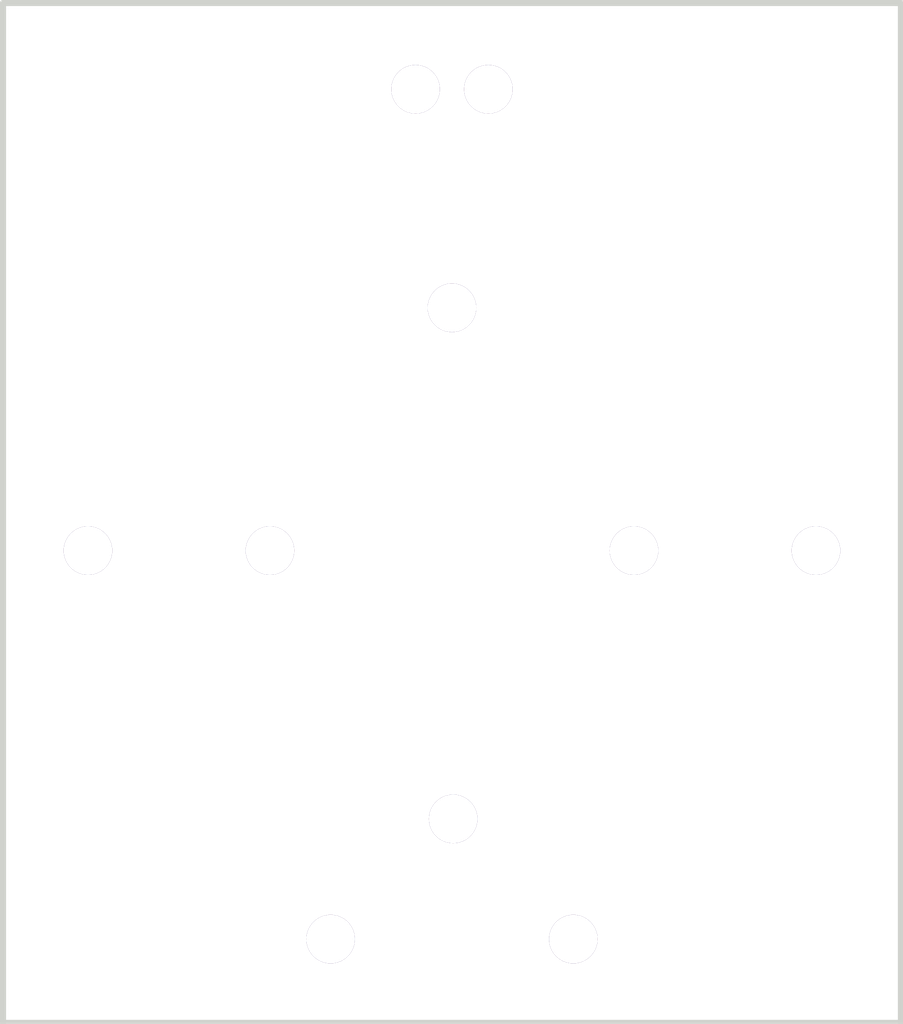
<source format=kicad_pcb>
(kicad_pcb (version 20171130) (host pcbnew "(5.1.6-0-10_14)")

  (general
    (thickness 1)
    (drawings 5)
    (tracks 0)
    (zones 0)
    (modules 10)
    (nets 1)
  )

  (page A4)
  (title_block
    (company "Universidade federal de Minas gerais")
    (comment 4 "Flávio Afonso Gonçalves Mourão")
  )

  (layers
    (0 F.Cu signal hide)
    (31 B.Cu signal hide)
    (32 B.Adhes user hide)
    (33 F.Adhes user hide)
    (34 B.Paste user hide)
    (35 F.Paste user hide)
    (36 B.SilkS user hide)
    (37 F.SilkS user hide)
    (38 B.Mask user)
    (39 F.Mask user hide)
    (40 Dwgs.User user hide)
    (41 Cmts.User user hide)
    (42 Eco1.User user hide)
    (43 Eco2.User user hide)
    (44 Edge.Cuts user)
    (45 Margin user hide)
    (46 B.CrtYd user hide)
    (47 F.CrtYd user hide)
  )

  (setup
    (last_trace_width 0.25)
    (trace_clearance 0.2)
    (zone_clearance 0.508)
    (zone_45_only no)
    (trace_min 0.2)
    (via_size 0.8)
    (via_drill 0.4)
    (via_min_size 0.4)
    (via_min_drill 0.3)
    (uvia_size 0.3)
    (uvia_drill 0.1)
    (uvias_allowed no)
    (uvia_min_size 0.2)
    (uvia_min_drill 0.1)
    (edge_width 0.05)
    (segment_width 0.2)
    (pcb_text_width 0.3)
    (pcb_text_size 1.5 1.5)
    (mod_edge_width 0.12)
    (mod_text_size 1 1)
    (mod_text_width 0.15)
    (pad_size 0.4 0.4)
    (pad_drill 0.4)
    (pad_to_mask_clearance 0.051)
    (solder_mask_min_width 0.25)
    (aux_axis_origin 0 0)
    (visible_elements FFFFFF7F)
    (pcbplotparams
      (layerselection 0x01060_7ffffffe)
      (usegerberextensions false)
      (usegerberattributes false)
      (usegerberadvancedattributes false)
      (creategerberjobfile false)
      (excludeedgelayer true)
      (linewidth 0.100000)
      (plotframeref true)
      (viasonmask false)
      (mode 1)
      (useauxorigin false)
      (hpglpennumber 1)
      (hpglpenspeed 20)
      (hpglpendiameter 15.000000)
      (psnegative false)
      (psa4output false)
      (plotreference true)
      (plotvalue true)
      (plotinvisibletext true)
      (padsonsilk true)
      (subtractmaskfromsilk false)
      (outputformat 4)
      (mirror false)
      (drillshape 0)
      (scaleselection 1)
      (outputdirectory "./"))
  )

  (net 0 "")

  (net_class Default "This is the default net class."
    (clearance 0.2)
    (trace_width 0.25)
    (via_dia 0.8)
    (via_drill 0.4)
    (uvia_dia 0.3)
    (uvia_drill 0.1)
  )

  (module NNClib:1pad (layer F.Cu) (tedit 5DEC3FE5) (tstamp 5DEC400C)
    (at 132.58 98.05)
    (descr "module 1 pin (ou trou mecanique de percage)")
    (tags DEV)
    (fp_text reference REF** (at 0 -3.048) (layer F.SilkS) hide
      (effects (font (size 1 1) (thickness 0.15)))
    )
    (fp_text value 1pin (at 0 2.794) (layer F.Fab) hide
      (effects (font (size 1 1) (thickness 0.15)))
    )
    (pad 1 thru_hole circle (at 0 0) (size 0.4 0.4) (drill 0.4) (layers *.Cu *.Mask))
  )

  (module NNClib:1pad (layer F.Cu) (tedit 5DEC3FE5) (tstamp 5DEC400C)
    (at 130.58 98.05)
    (descr "module 1 pin (ou trou mecanique de percage)")
    (tags DEV)
    (fp_text reference REF** (at 0 -3.048) (layer F.SilkS) hide
      (effects (font (size 1 1) (thickness 0.15)))
    )
    (fp_text value 1pin (at 0 2.794) (layer F.Fab) hide
      (effects (font (size 1 1) (thickness 0.15)))
    )
    (pad 1 thru_hole circle (at 0 0) (size 0.4 0.4) (drill 0.4) (layers *.Cu *.Mask))
  )

  (module NNClib:1pad (layer F.Cu) (tedit 5DEC3FE5) (tstamp 5DEC400C)
    (at 131.59 97.06)
    (descr "module 1 pin (ou trou mecanique de percage)")
    (tags DEV)
    (fp_text reference REF** (at 0 -3.048) (layer F.SilkS) hide
      (effects (font (size 1 1) (thickness 0.15)))
    )
    (fp_text value 1pin (at 0 2.794) (layer F.Fab) hide
      (effects (font (size 1 1) (thickness 0.15)))
    )
    (pad 1 thru_hole circle (at 0 0) (size 0.4 0.4) (drill 0.4) (layers *.Cu *.Mask))
  )

  (module NNClib:1pad (layer F.Cu) (tedit 5DEC3FE5) (tstamp 5DEC400C)
    (at 134.58 94.85)
    (descr "module 1 pin (ou trou mecanique de percage)")
    (tags DEV)
    (fp_text reference REF** (at 0 -3.048) (layer F.SilkS) hide
      (effects (font (size 1 1) (thickness 0.15)))
    )
    (fp_text value 1pin (at 0 2.794) (layer F.Fab) hide
      (effects (font (size 1 1) (thickness 0.15)))
    )
    (pad 1 thru_hole circle (at 0 0) (size 0.4 0.4) (drill 0.4) (layers *.Cu *.Mask))
  )

  (module NNClib:1pad (layer F.Cu) (tedit 5DEC3FE5) (tstamp 5DEC400C)
    (at 133.08 94.85)
    (descr "module 1 pin (ou trou mecanique de percage)")
    (tags DEV)
    (fp_text reference REF** (at 0 -3.048) (layer F.SilkS) hide
      (effects (font (size 1 1) (thickness 0.15)))
    )
    (fp_text value 1pin (at 0 2.794) (layer F.Fab) hide
      (effects (font (size 1 1) (thickness 0.15)))
    )
    (pad 1 thru_hole circle (at 0 0) (size 0.4 0.4) (drill 0.4) (layers *.Cu *.Mask))
  )

  (module NNClib:1pad (layer F.Cu) (tedit 5DEC3FE5) (tstamp 5DEC400C)
    (at 130.08 94.85)
    (descr "module 1 pin (ou trou mecanique de percage)")
    (tags DEV)
    (fp_text reference REF** (at 0 -3.048) (layer F.SilkS) hide
      (effects (font (size 1 1) (thickness 0.15)))
    )
    (fp_text value 1pin (at 0 2.794) (layer F.Fab) hide
      (effects (font (size 1 1) (thickness 0.15)))
    )
    (pad 1 thru_hole circle (at 0 0) (size 0.4 0.4) (drill 0.4) (layers *.Cu *.Mask))
  )

  (module NNClib:1pad (layer F.Cu) (tedit 5DEC3FE5) (tstamp 5DEC400C)
    (at 128.58 94.85)
    (descr "module 1 pin (ou trou mecanique de percage)")
    (tags DEV)
    (fp_text reference REF** (at 0 -3.048) (layer F.SilkS) hide
      (effects (font (size 1 1) (thickness 0.15)))
    )
    (fp_text value 1pin (at 0 2.794) (layer F.Fab) hide
      (effects (font (size 1 1) (thickness 0.15)))
    )
    (pad 1 thru_hole circle (at 0 0) (size 0.4 0.4) (drill 0.4) (layers *.Cu *.Mask))
  )

  (module NNClib:1pad (layer F.Cu) (tedit 5DEC3FE5) (tstamp 5DEC400C)
    (at 131.58 92.85)
    (descr "module 1 pin (ou trou mecanique de percage)")
    (tags DEV)
    (fp_text reference REF** (at 0 -3.048) (layer F.SilkS) hide
      (effects (font (size 1 1) (thickness 0.15)))
    )
    (fp_text value 1pin (at 0 2.794) (layer F.Fab) hide
      (effects (font (size 1 1) (thickness 0.15)))
    )
    (pad 1 thru_hole circle (at 0 0) (size 0.4 0.4) (drill 0.4) (layers *.Cu *.Mask))
  )

  (module NNClib:1pad (layer F.Cu) (tedit 5DEC3FE5) (tstamp 5DEC400C)
    (at 131.28 91.05)
    (descr "module 1 pin (ou trou mecanique de percage)")
    (tags DEV)
    (fp_text reference REF** (at 0 -3.048) (layer F.SilkS) hide
      (effects (font (size 1 1) (thickness 0.15)))
    )
    (fp_text value 1pin (at 0 2.794) (layer F.Fab) hide
      (effects (font (size 1 1) (thickness 0.15)))
    )
    (pad 1 thru_hole circle (at 0 0) (size 0.4 0.4) (drill 0.4) (layers *.Cu *.Mask))
  )

  (module NNClib:1pad (layer F.Cu) (tedit 5DEC3FE5) (tstamp 5DEC3FB1)
    (at 131.88 91.05)
    (descr "module 1 pin (ou trou mecanique de percage)")
    (tags DEV)
    (fp_text reference REF** (at 0 -3.048) (layer F.SilkS) hide
      (effects (font (size 1 1) (thickness 0.15)))
    )
    (fp_text value 1pin (at 0 2.794) (layer F.Fab) hide
      (effects (font (size 1 1) (thickness 0.15)))
    )
    (pad 1 thru_hole circle (at 0 0) (size 0.4 0.4) (drill 0.4) (layers *.Cu *.Mask))
  )

  (gr_text "Drill map: \nHoles: 0.40mm / 0.015’’\n(10 holes) NOT PLATED" (at 132.16 102.05) (layer F.SilkS)
    (effects (font (size 1 1) (thickness 0.15)))
  )
  (gr_line (start 135.28 90.34) (end 127.88 90.34) (layer Edge.Cuts) (width 0.05) (tstamp 5DEC0534))
  (gr_line (start 127.88 98.74) (end 135.28 98.74) (layer Edge.Cuts) (width 0.05) (tstamp 5DEC0531))
  (gr_line (start 135.28 98.74) (end 135.28 90.34) (layer Edge.Cuts) (width 0.05) (tstamp 5DEC0530))
  (gr_line (start 127.88 90.34) (end 127.88 98.74) (layer Edge.Cuts) (width 0.05) (tstamp 5DEC0529))

)

</source>
